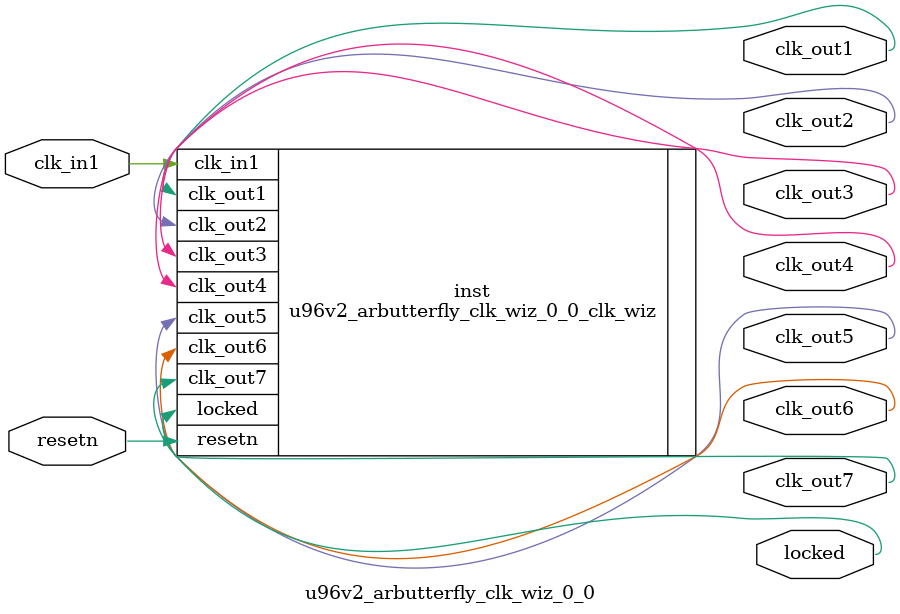
<source format=v>


`timescale 1ps/1ps

(* CORE_GENERATION_INFO = "u96v2_arbutterfly_clk_wiz_0_0,clk_wiz_v6_0_6_0_0,{component_name=u96v2_arbutterfly_clk_wiz_0_0,use_phase_alignment=false,use_min_o_jitter=false,use_max_i_jitter=false,use_dyn_phase_shift=false,use_inclk_switchover=false,use_dyn_reconfig=false,enable_axi=0,feedback_source=FDBK_AUTO,PRIMITIVE=MMCM,num_out_clk=7,clkin1_period=10.000,clkin2_period=10.000,use_power_down=false,use_reset=true,use_locked=true,use_inclk_stopped=false,feedback_type=SINGLE,CLOCK_MGR_TYPE=NA,manual_override=false}" *)

module u96v2_arbutterfly_clk_wiz_0_0 
 (
  // Clock out ports
  output        clk_out1,
  output        clk_out2,
  output        clk_out3,
  output        clk_out4,
  output        clk_out5,
  output        clk_out6,
  output        clk_out7,
  // Status and control signals
  input         resetn,
  output        locked,
 // Clock in ports
  input         clk_in1
 );

  u96v2_arbutterfly_clk_wiz_0_0_clk_wiz inst
  (
  // Clock out ports  
  .clk_out1(clk_out1),
  .clk_out2(clk_out2),
  .clk_out3(clk_out3),
  .clk_out4(clk_out4),
  .clk_out5(clk_out5),
  .clk_out6(clk_out6),
  .clk_out7(clk_out7),
  // Status and control signals               
  .resetn(resetn), 
  .locked(locked),
 // Clock in ports
  .clk_in1(clk_in1)
  );

endmodule

</source>
